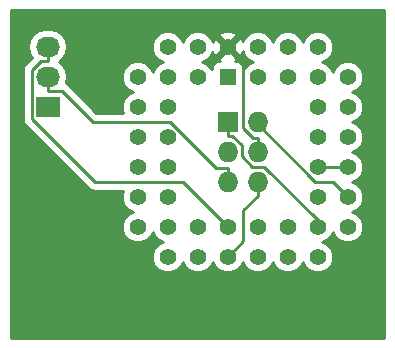
<source format=gbl>
%TF.GenerationSoftware,KiCad,Pcbnew,4.0.2+dfsg1-stable*%
%TF.CreationDate,2018-11-15T01:04:14+01:00*%
%TF.ProjectId,A600MPU-Adapter,413630304D50552D416461707465722E,rev?*%
%TF.FileFunction,Copper,L2,Bot,Signal*%
%FSLAX46Y46*%
G04 Gerber Fmt 4.6, Leading zero omitted, Abs format (unit mm)*
G04 Created by KiCad (PCBNEW 4.0.2+dfsg1-stable) date Thu 15 Nov 2018 01:04:14 CET*
%MOMM*%
G01*
G04 APERTURE LIST*
%ADD10C,0.100000*%
%ADD11R,2.032000X1.727200*%
%ADD12O,2.032000X1.727200*%
%ADD13R,1.397000X1.397000*%
%ADD14C,1.397000*%
%ADD15R,1.727200X1.727200*%
%ADD16O,1.727200X1.727200*%
%ADD17C,0.250000*%
%ADD18C,0.254000*%
G04 APERTURE END LIST*
D10*
D11*
X146050000Y-100330000D03*
D12*
X146050000Y-97790000D03*
X146050000Y-95250000D03*
D13*
X161290000Y-97790000D03*
D14*
X163830000Y-95250000D03*
X163830000Y-97790000D03*
X166370000Y-95250000D03*
X166370000Y-97790000D03*
X168910000Y-95250000D03*
X171450000Y-97790000D03*
X168910000Y-97790000D03*
X171450000Y-100330000D03*
X168910000Y-100330000D03*
X171450000Y-102870000D03*
X168910000Y-102870000D03*
X171450000Y-105410000D03*
X168910000Y-105410000D03*
X171450000Y-107950000D03*
X168910000Y-107950000D03*
X171450000Y-110490000D03*
X168910000Y-113030000D03*
X168910000Y-110490000D03*
X166370000Y-113030000D03*
X166370000Y-110490000D03*
X163830000Y-113030000D03*
X163830000Y-110490000D03*
X161290000Y-113030000D03*
X161290000Y-110490000D03*
X158750000Y-113030000D03*
X158750000Y-110490000D03*
X156210000Y-113030000D03*
X153670000Y-110490000D03*
X156210000Y-110490000D03*
X153670000Y-107950000D03*
X156210000Y-107950000D03*
X153670000Y-105410000D03*
X156210000Y-105410000D03*
X153670000Y-102870000D03*
X156210000Y-102870000D03*
X153670000Y-100330000D03*
X156210000Y-100330000D03*
X153670000Y-97790000D03*
X156210000Y-95250000D03*
X156210000Y-97790000D03*
X158750000Y-95250000D03*
X158750000Y-97790000D03*
X161290000Y-95250000D03*
D15*
X161290000Y-101600000D03*
D16*
X163830000Y-101600000D03*
X161290000Y-104140000D03*
X163830000Y-104140000D03*
X161290000Y-106680000D03*
X163830000Y-106680000D03*
D17*
X162641100Y-109057800D02*
X163830000Y-107868900D01*
X162641100Y-111678900D02*
X162641100Y-109057800D01*
X161290000Y-113030000D02*
X162641100Y-111678900D01*
X163830000Y-106680000D02*
X163830000Y-107868900D01*
X168910000Y-105410000D02*
X171450000Y-105410000D01*
X162641100Y-96601100D02*
X161290000Y-95250000D01*
X162641100Y-102133800D02*
X162641100Y-96601100D01*
X163458400Y-102951100D02*
X162641100Y-102133800D01*
X163830000Y-102951100D02*
X163458400Y-102951100D01*
X163830000Y-104140000D02*
X163830000Y-102951100D01*
X145529900Y-96438900D02*
X146050000Y-96438900D01*
X144699000Y-97269800D02*
X145529900Y-96438900D01*
X144699000Y-101342100D02*
X144699000Y-97269800D01*
X150036900Y-106680000D02*
X144699000Y-101342100D01*
X157480000Y-106680000D02*
X150036900Y-106680000D01*
X161290000Y-110490000D02*
X157480000Y-106680000D01*
X146050000Y-95250000D02*
X146050000Y-96438900D01*
X168910000Y-109944000D02*
X168910000Y-110490000D01*
X164376000Y-105410000D02*
X168910000Y-109944000D01*
X163396700Y-105410000D02*
X164376000Y-105410000D01*
X162478900Y-104492200D02*
X163396700Y-105410000D01*
X162478900Y-103606200D02*
X162478900Y-104492200D01*
X161661600Y-102788900D02*
X162478900Y-103606200D01*
X161290000Y-102788900D02*
X161661600Y-102788900D01*
X161290000Y-101600000D02*
X161290000Y-102788900D01*
X170180000Y-106680000D02*
X171450000Y-107950000D01*
X168706400Y-106680000D02*
X170180000Y-106680000D01*
X163830000Y-101803600D02*
X168706400Y-106680000D01*
X163830000Y-101600000D02*
X163830000Y-101803600D01*
X147238900Y-98978900D02*
X146050000Y-98978900D01*
X149860000Y-101600000D02*
X147238900Y-98978900D01*
X156457300Y-101600000D02*
X149860000Y-101600000D01*
X160348400Y-105491100D02*
X156457300Y-101600000D01*
X161290000Y-105491100D02*
X160348400Y-105491100D01*
X161290000Y-106680000D02*
X161290000Y-105491100D01*
X146050000Y-97790000D02*
X146050000Y-98978900D01*
D18*
G36*
X174550000Y-119940000D02*
X142950000Y-119940000D01*
X142950000Y-97269800D01*
X143939000Y-97269800D01*
X143939000Y-101342100D01*
X143996852Y-101632939D01*
X144161599Y-101879501D01*
X149499499Y-107217401D01*
X149746061Y-107382148D01*
X150036900Y-107440000D01*
X152437878Y-107440000D01*
X152336732Y-107683587D01*
X152336269Y-108214086D01*
X152538854Y-108704380D01*
X152913647Y-109079827D01*
X153251446Y-109220094D01*
X152915620Y-109358854D01*
X152540173Y-109733647D01*
X152336732Y-110223587D01*
X152336269Y-110754086D01*
X152538854Y-111244380D01*
X152913647Y-111619827D01*
X153403587Y-111823268D01*
X153934086Y-111823731D01*
X154424380Y-111621146D01*
X154799827Y-111246353D01*
X154940094Y-110908554D01*
X155078854Y-111244380D01*
X155453647Y-111619827D01*
X155791446Y-111760094D01*
X155455620Y-111898854D01*
X155080173Y-112273647D01*
X154876732Y-112763587D01*
X154876269Y-113294086D01*
X155078854Y-113784380D01*
X155453647Y-114159827D01*
X155943587Y-114363268D01*
X156474086Y-114363731D01*
X156964380Y-114161146D01*
X157339827Y-113786353D01*
X157480094Y-113448554D01*
X157618854Y-113784380D01*
X157993647Y-114159827D01*
X158483587Y-114363268D01*
X159014086Y-114363731D01*
X159504380Y-114161146D01*
X159879827Y-113786353D01*
X160020094Y-113448554D01*
X160158854Y-113784380D01*
X160533647Y-114159827D01*
X161023587Y-114363268D01*
X161554086Y-114363731D01*
X162044380Y-114161146D01*
X162419827Y-113786353D01*
X162560094Y-113448554D01*
X162698854Y-113784380D01*
X163073647Y-114159827D01*
X163563587Y-114363268D01*
X164094086Y-114363731D01*
X164584380Y-114161146D01*
X164959827Y-113786353D01*
X165100094Y-113448554D01*
X165238854Y-113784380D01*
X165613647Y-114159827D01*
X166103587Y-114363268D01*
X166634086Y-114363731D01*
X167124380Y-114161146D01*
X167499827Y-113786353D01*
X167640094Y-113448554D01*
X167778854Y-113784380D01*
X168153647Y-114159827D01*
X168643587Y-114363268D01*
X169174086Y-114363731D01*
X169664380Y-114161146D01*
X170039827Y-113786353D01*
X170243268Y-113296413D01*
X170243731Y-112765914D01*
X170041146Y-112275620D01*
X169666353Y-111900173D01*
X169328554Y-111759906D01*
X169664380Y-111621146D01*
X170039827Y-111246353D01*
X170180094Y-110908554D01*
X170318854Y-111244380D01*
X170693647Y-111619827D01*
X171183587Y-111823268D01*
X171714086Y-111823731D01*
X172204380Y-111621146D01*
X172579827Y-111246353D01*
X172783268Y-110756413D01*
X172783731Y-110225914D01*
X172581146Y-109735620D01*
X172206353Y-109360173D01*
X171868554Y-109219906D01*
X172204380Y-109081146D01*
X172579827Y-108706353D01*
X172783268Y-108216413D01*
X172783731Y-107685914D01*
X172581146Y-107195620D01*
X172206353Y-106820173D01*
X171868554Y-106679906D01*
X172204380Y-106541146D01*
X172579827Y-106166353D01*
X172783268Y-105676413D01*
X172783731Y-105145914D01*
X172581146Y-104655620D01*
X172206353Y-104280173D01*
X171868554Y-104139906D01*
X172204380Y-104001146D01*
X172579827Y-103626353D01*
X172783268Y-103136413D01*
X172783731Y-102605914D01*
X172581146Y-102115620D01*
X172206353Y-101740173D01*
X171868554Y-101599906D01*
X172204380Y-101461146D01*
X172579827Y-101086353D01*
X172783268Y-100596413D01*
X172783731Y-100065914D01*
X172581146Y-99575620D01*
X172206353Y-99200173D01*
X171868554Y-99059906D01*
X172204380Y-98921146D01*
X172579827Y-98546353D01*
X172783268Y-98056413D01*
X172783731Y-97525914D01*
X172581146Y-97035620D01*
X172206353Y-96660173D01*
X171716413Y-96456732D01*
X171185914Y-96456269D01*
X170695620Y-96658854D01*
X170320173Y-97033647D01*
X170179906Y-97371446D01*
X170041146Y-97035620D01*
X169666353Y-96660173D01*
X169328554Y-96519906D01*
X169664380Y-96381146D01*
X170039827Y-96006353D01*
X170243268Y-95516413D01*
X170243731Y-94985914D01*
X170041146Y-94495620D01*
X169666353Y-94120173D01*
X169176413Y-93916732D01*
X168645914Y-93916269D01*
X168155620Y-94118854D01*
X167780173Y-94493647D01*
X167639906Y-94831446D01*
X167501146Y-94495620D01*
X167126353Y-94120173D01*
X166636413Y-93916732D01*
X166105914Y-93916269D01*
X165615620Y-94118854D01*
X165240173Y-94493647D01*
X165099906Y-94831446D01*
X164961146Y-94495620D01*
X164586353Y-94120173D01*
X164096413Y-93916732D01*
X163565914Y-93916269D01*
X163075620Y-94118854D01*
X162700173Y-94493647D01*
X162566686Y-94815118D01*
X162459800Y-94557071D01*
X162224188Y-94495417D01*
X161469605Y-95250000D01*
X162224188Y-96004583D01*
X162459800Y-95942929D01*
X162558083Y-95663688D01*
X162698854Y-96004380D01*
X163073647Y-96379827D01*
X163411446Y-96520094D01*
X163075620Y-96658854D01*
X162700173Y-97033647D01*
X162635940Y-97188337D01*
X162635940Y-97091500D01*
X162591662Y-96856183D01*
X162452590Y-96640059D01*
X162240390Y-96495069D01*
X161988500Y-96444060D01*
X161924360Y-96444060D01*
X161982929Y-96419800D01*
X162044583Y-96184188D01*
X161290000Y-95429605D01*
X160535417Y-96184188D01*
X160597071Y-96419800D01*
X160665998Y-96444060D01*
X160591500Y-96444060D01*
X160356183Y-96488338D01*
X160140059Y-96627410D01*
X159995069Y-96839610D01*
X159944060Y-97091500D01*
X159944060Y-97187884D01*
X159881146Y-97035620D01*
X159506353Y-96660173D01*
X159168554Y-96519906D01*
X159504380Y-96381146D01*
X159879827Y-96006353D01*
X160013314Y-95684882D01*
X160120200Y-95942929D01*
X160355812Y-96004583D01*
X161110395Y-95250000D01*
X160355812Y-94495417D01*
X160120200Y-94557071D01*
X160021917Y-94836312D01*
X159881146Y-94495620D01*
X159701652Y-94315812D01*
X160535417Y-94315812D01*
X161290000Y-95070395D01*
X162044583Y-94315812D01*
X161982929Y-94080200D01*
X161482520Y-93904073D01*
X160952801Y-93932852D01*
X160597071Y-94080200D01*
X160535417Y-94315812D01*
X159701652Y-94315812D01*
X159506353Y-94120173D01*
X159016413Y-93916732D01*
X158485914Y-93916269D01*
X157995620Y-94118854D01*
X157620173Y-94493647D01*
X157479906Y-94831446D01*
X157341146Y-94495620D01*
X156966353Y-94120173D01*
X156476413Y-93916732D01*
X155945914Y-93916269D01*
X155455620Y-94118854D01*
X155080173Y-94493647D01*
X154876732Y-94983587D01*
X154876269Y-95514086D01*
X155078854Y-96004380D01*
X155453647Y-96379827D01*
X155791446Y-96520094D01*
X155455620Y-96658854D01*
X155080173Y-97033647D01*
X154939906Y-97371446D01*
X154801146Y-97035620D01*
X154426353Y-96660173D01*
X153936413Y-96456732D01*
X153405914Y-96456269D01*
X152915620Y-96658854D01*
X152540173Y-97033647D01*
X152336732Y-97523587D01*
X152336269Y-98054086D01*
X152538854Y-98544380D01*
X152913647Y-98919827D01*
X153251446Y-99060094D01*
X152915620Y-99198854D01*
X152540173Y-99573647D01*
X152336732Y-100063587D01*
X152336269Y-100594086D01*
X152437878Y-100840000D01*
X150174802Y-100840000D01*
X147776301Y-98441499D01*
X147623996Y-98339733D01*
X147733345Y-97790000D01*
X147619271Y-97216511D01*
X147294415Y-96730330D01*
X146979634Y-96520000D01*
X147294415Y-96309670D01*
X147619271Y-95823489D01*
X147733345Y-95250000D01*
X147619271Y-94676511D01*
X147294415Y-94190330D01*
X146808234Y-93865474D01*
X146234745Y-93751400D01*
X145865255Y-93751400D01*
X145291766Y-93865474D01*
X144805585Y-94190330D01*
X144480729Y-94676511D01*
X144366655Y-95250000D01*
X144480729Y-95823489D01*
X144716962Y-96177036D01*
X144161599Y-96732399D01*
X143996852Y-96978961D01*
X143939000Y-97269800D01*
X142950000Y-97269800D01*
X142950000Y-92150000D01*
X174550000Y-92150000D01*
X174550000Y-119940000D01*
X174550000Y-119940000D01*
G37*
X174550000Y-119940000D02*
X142950000Y-119940000D01*
X142950000Y-97269800D01*
X143939000Y-97269800D01*
X143939000Y-101342100D01*
X143996852Y-101632939D01*
X144161599Y-101879501D01*
X149499499Y-107217401D01*
X149746061Y-107382148D01*
X150036900Y-107440000D01*
X152437878Y-107440000D01*
X152336732Y-107683587D01*
X152336269Y-108214086D01*
X152538854Y-108704380D01*
X152913647Y-109079827D01*
X153251446Y-109220094D01*
X152915620Y-109358854D01*
X152540173Y-109733647D01*
X152336732Y-110223587D01*
X152336269Y-110754086D01*
X152538854Y-111244380D01*
X152913647Y-111619827D01*
X153403587Y-111823268D01*
X153934086Y-111823731D01*
X154424380Y-111621146D01*
X154799827Y-111246353D01*
X154940094Y-110908554D01*
X155078854Y-111244380D01*
X155453647Y-111619827D01*
X155791446Y-111760094D01*
X155455620Y-111898854D01*
X155080173Y-112273647D01*
X154876732Y-112763587D01*
X154876269Y-113294086D01*
X155078854Y-113784380D01*
X155453647Y-114159827D01*
X155943587Y-114363268D01*
X156474086Y-114363731D01*
X156964380Y-114161146D01*
X157339827Y-113786353D01*
X157480094Y-113448554D01*
X157618854Y-113784380D01*
X157993647Y-114159827D01*
X158483587Y-114363268D01*
X159014086Y-114363731D01*
X159504380Y-114161146D01*
X159879827Y-113786353D01*
X160020094Y-113448554D01*
X160158854Y-113784380D01*
X160533647Y-114159827D01*
X161023587Y-114363268D01*
X161554086Y-114363731D01*
X162044380Y-114161146D01*
X162419827Y-113786353D01*
X162560094Y-113448554D01*
X162698854Y-113784380D01*
X163073647Y-114159827D01*
X163563587Y-114363268D01*
X164094086Y-114363731D01*
X164584380Y-114161146D01*
X164959827Y-113786353D01*
X165100094Y-113448554D01*
X165238854Y-113784380D01*
X165613647Y-114159827D01*
X166103587Y-114363268D01*
X166634086Y-114363731D01*
X167124380Y-114161146D01*
X167499827Y-113786353D01*
X167640094Y-113448554D01*
X167778854Y-113784380D01*
X168153647Y-114159827D01*
X168643587Y-114363268D01*
X169174086Y-114363731D01*
X169664380Y-114161146D01*
X170039827Y-113786353D01*
X170243268Y-113296413D01*
X170243731Y-112765914D01*
X170041146Y-112275620D01*
X169666353Y-111900173D01*
X169328554Y-111759906D01*
X169664380Y-111621146D01*
X170039827Y-111246353D01*
X170180094Y-110908554D01*
X170318854Y-111244380D01*
X170693647Y-111619827D01*
X171183587Y-111823268D01*
X171714086Y-111823731D01*
X172204380Y-111621146D01*
X172579827Y-111246353D01*
X172783268Y-110756413D01*
X172783731Y-110225914D01*
X172581146Y-109735620D01*
X172206353Y-109360173D01*
X171868554Y-109219906D01*
X172204380Y-109081146D01*
X172579827Y-108706353D01*
X172783268Y-108216413D01*
X172783731Y-107685914D01*
X172581146Y-107195620D01*
X172206353Y-106820173D01*
X171868554Y-106679906D01*
X172204380Y-106541146D01*
X172579827Y-106166353D01*
X172783268Y-105676413D01*
X172783731Y-105145914D01*
X172581146Y-104655620D01*
X172206353Y-104280173D01*
X171868554Y-104139906D01*
X172204380Y-104001146D01*
X172579827Y-103626353D01*
X172783268Y-103136413D01*
X172783731Y-102605914D01*
X172581146Y-102115620D01*
X172206353Y-101740173D01*
X171868554Y-101599906D01*
X172204380Y-101461146D01*
X172579827Y-101086353D01*
X172783268Y-100596413D01*
X172783731Y-100065914D01*
X172581146Y-99575620D01*
X172206353Y-99200173D01*
X171868554Y-99059906D01*
X172204380Y-98921146D01*
X172579827Y-98546353D01*
X172783268Y-98056413D01*
X172783731Y-97525914D01*
X172581146Y-97035620D01*
X172206353Y-96660173D01*
X171716413Y-96456732D01*
X171185914Y-96456269D01*
X170695620Y-96658854D01*
X170320173Y-97033647D01*
X170179906Y-97371446D01*
X170041146Y-97035620D01*
X169666353Y-96660173D01*
X169328554Y-96519906D01*
X169664380Y-96381146D01*
X170039827Y-96006353D01*
X170243268Y-95516413D01*
X170243731Y-94985914D01*
X170041146Y-94495620D01*
X169666353Y-94120173D01*
X169176413Y-93916732D01*
X168645914Y-93916269D01*
X168155620Y-94118854D01*
X167780173Y-94493647D01*
X167639906Y-94831446D01*
X167501146Y-94495620D01*
X167126353Y-94120173D01*
X166636413Y-93916732D01*
X166105914Y-93916269D01*
X165615620Y-94118854D01*
X165240173Y-94493647D01*
X165099906Y-94831446D01*
X164961146Y-94495620D01*
X164586353Y-94120173D01*
X164096413Y-93916732D01*
X163565914Y-93916269D01*
X163075620Y-94118854D01*
X162700173Y-94493647D01*
X162566686Y-94815118D01*
X162459800Y-94557071D01*
X162224188Y-94495417D01*
X161469605Y-95250000D01*
X162224188Y-96004583D01*
X162459800Y-95942929D01*
X162558083Y-95663688D01*
X162698854Y-96004380D01*
X163073647Y-96379827D01*
X163411446Y-96520094D01*
X163075620Y-96658854D01*
X162700173Y-97033647D01*
X162635940Y-97188337D01*
X162635940Y-97091500D01*
X162591662Y-96856183D01*
X162452590Y-96640059D01*
X162240390Y-96495069D01*
X161988500Y-96444060D01*
X161924360Y-96444060D01*
X161982929Y-96419800D01*
X162044583Y-96184188D01*
X161290000Y-95429605D01*
X160535417Y-96184188D01*
X160597071Y-96419800D01*
X160665998Y-96444060D01*
X160591500Y-96444060D01*
X160356183Y-96488338D01*
X160140059Y-96627410D01*
X159995069Y-96839610D01*
X159944060Y-97091500D01*
X159944060Y-97187884D01*
X159881146Y-97035620D01*
X159506353Y-96660173D01*
X159168554Y-96519906D01*
X159504380Y-96381146D01*
X159879827Y-96006353D01*
X160013314Y-95684882D01*
X160120200Y-95942929D01*
X160355812Y-96004583D01*
X161110395Y-95250000D01*
X160355812Y-94495417D01*
X160120200Y-94557071D01*
X160021917Y-94836312D01*
X159881146Y-94495620D01*
X159701652Y-94315812D01*
X160535417Y-94315812D01*
X161290000Y-95070395D01*
X162044583Y-94315812D01*
X161982929Y-94080200D01*
X161482520Y-93904073D01*
X160952801Y-93932852D01*
X160597071Y-94080200D01*
X160535417Y-94315812D01*
X159701652Y-94315812D01*
X159506353Y-94120173D01*
X159016413Y-93916732D01*
X158485914Y-93916269D01*
X157995620Y-94118854D01*
X157620173Y-94493647D01*
X157479906Y-94831446D01*
X157341146Y-94495620D01*
X156966353Y-94120173D01*
X156476413Y-93916732D01*
X155945914Y-93916269D01*
X155455620Y-94118854D01*
X155080173Y-94493647D01*
X154876732Y-94983587D01*
X154876269Y-95514086D01*
X155078854Y-96004380D01*
X155453647Y-96379827D01*
X155791446Y-96520094D01*
X155455620Y-96658854D01*
X155080173Y-97033647D01*
X154939906Y-97371446D01*
X154801146Y-97035620D01*
X154426353Y-96660173D01*
X153936413Y-96456732D01*
X153405914Y-96456269D01*
X152915620Y-96658854D01*
X152540173Y-97033647D01*
X152336732Y-97523587D01*
X152336269Y-98054086D01*
X152538854Y-98544380D01*
X152913647Y-98919827D01*
X153251446Y-99060094D01*
X152915620Y-99198854D01*
X152540173Y-99573647D01*
X152336732Y-100063587D01*
X152336269Y-100594086D01*
X152437878Y-100840000D01*
X150174802Y-100840000D01*
X147776301Y-98441499D01*
X147623996Y-98339733D01*
X147733345Y-97790000D01*
X147619271Y-97216511D01*
X147294415Y-96730330D01*
X146979634Y-96520000D01*
X147294415Y-96309670D01*
X147619271Y-95823489D01*
X147733345Y-95250000D01*
X147619271Y-94676511D01*
X147294415Y-94190330D01*
X146808234Y-93865474D01*
X146234745Y-93751400D01*
X145865255Y-93751400D01*
X145291766Y-93865474D01*
X144805585Y-94190330D01*
X144480729Y-94676511D01*
X144366655Y-95250000D01*
X144480729Y-95823489D01*
X144716962Y-96177036D01*
X144161599Y-96732399D01*
X143996852Y-96978961D01*
X143939000Y-97269800D01*
X142950000Y-97269800D01*
X142950000Y-92150000D01*
X174550000Y-92150000D01*
X174550000Y-119940000D01*
G36*
X163957000Y-104013000D02*
X163977000Y-104013000D01*
X163977000Y-104267000D01*
X163957000Y-104267000D01*
X163957000Y-104287000D01*
X163703000Y-104287000D01*
X163703000Y-104267000D01*
X163683000Y-104267000D01*
X163683000Y-104013000D01*
X163703000Y-104013000D01*
X163703000Y-103993000D01*
X163957000Y-103993000D01*
X163957000Y-104013000D01*
X163957000Y-104013000D01*
G37*
X163957000Y-104013000D02*
X163977000Y-104013000D01*
X163977000Y-104267000D01*
X163957000Y-104267000D01*
X163957000Y-104287000D01*
X163703000Y-104287000D01*
X163703000Y-104267000D01*
X163683000Y-104267000D01*
X163683000Y-104013000D01*
X163703000Y-104013000D01*
X163703000Y-103993000D01*
X163957000Y-103993000D01*
X163957000Y-104013000D01*
G36*
X161417000Y-104013000D02*
X161437000Y-104013000D01*
X161437000Y-104267000D01*
X161417000Y-104267000D01*
X161417000Y-104287000D01*
X161163000Y-104287000D01*
X161163000Y-104267000D01*
X161143000Y-104267000D01*
X161143000Y-104013000D01*
X161163000Y-104013000D01*
X161163000Y-103993000D01*
X161417000Y-103993000D01*
X161417000Y-104013000D01*
X161417000Y-104013000D01*
G37*
X161417000Y-104013000D02*
X161437000Y-104013000D01*
X161437000Y-104267000D01*
X161417000Y-104267000D01*
X161417000Y-104287000D01*
X161163000Y-104287000D01*
X161163000Y-104267000D01*
X161143000Y-104267000D01*
X161143000Y-104013000D01*
X161163000Y-104013000D01*
X161163000Y-103993000D01*
X161417000Y-103993000D01*
X161417000Y-104013000D01*
M02*

</source>
